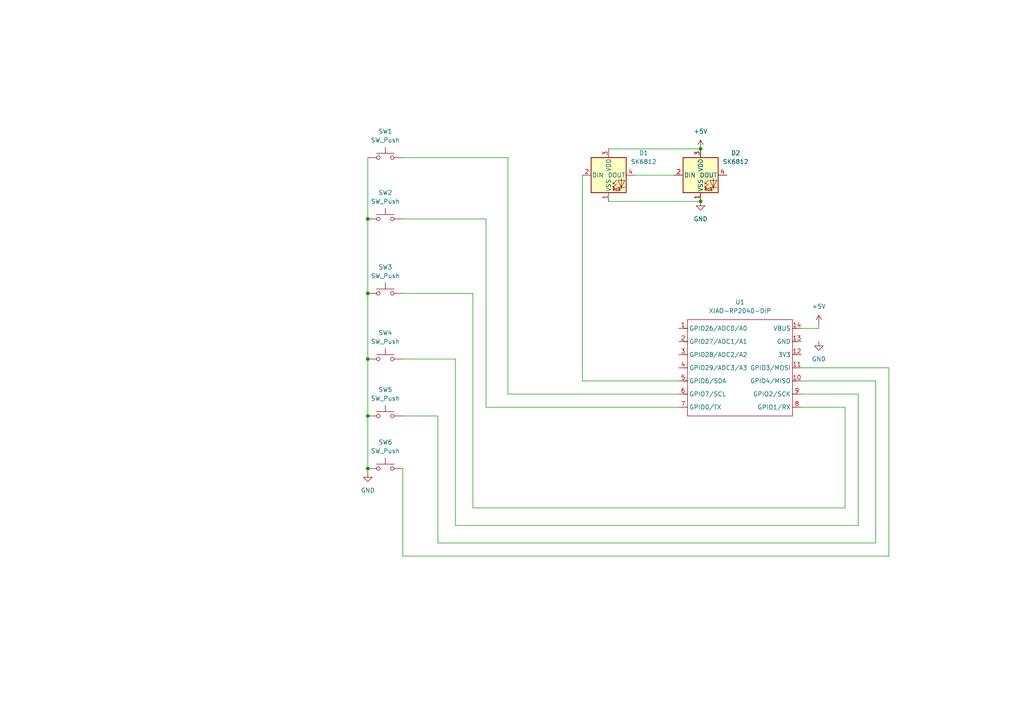
<source format=kicad_sch>
(kicad_sch
	(version 20250114)
	(generator "eeschema")
	(generator_version "9.0")
	(uuid "92bc8842-cfb0-4db0-9c36-d60bad6ee1a9")
	(paper "A4")
	(lib_symbols
		(symbol "Dhuhaanesh Keyboard:XIAO-RP2040-DIP"
			(exclude_from_sim no)
			(in_bom yes)
			(on_board yes)
			(property "Reference" "U"
				(at 0 0 0)
				(effects
					(font
						(size 1.27 1.27)
					)
				)
			)
			(property "Value" "XIAO-RP2040-DIP"
				(at 5.334 -1.778 0)
				(effects
					(font
						(size 1.27 1.27)
					)
				)
			)
			(property "Footprint" "Module:MOUDLE14P-XIAO-DIP-SMD"
				(at 14.478 -32.258 0)
				(effects
					(font
						(size 1.27 1.27)
					)
					(hide yes)
				)
			)
			(property "Datasheet" ""
				(at 0 0 0)
				(effects
					(font
						(size 1.27 1.27)
					)
					(hide yes)
				)
			)
			(property "Description" ""
				(at 0 0 0)
				(effects
					(font
						(size 1.27 1.27)
					)
					(hide yes)
				)
			)
			(symbol "XIAO-RP2040-DIP_1_0"
				(polyline
					(pts
						(xy -1.27 -2.54) (xy 29.21 -2.54)
					)
					(stroke
						(width 0.1524)
						(type solid)
					)
					(fill
						(type none)
					)
				)
				(polyline
					(pts
						(xy -1.27 -5.08) (xy -2.54 -5.08)
					)
					(stroke
						(width 0.1524)
						(type solid)
					)
					(fill
						(type none)
					)
				)
				(polyline
					(pts
						(xy -1.27 -5.08) (xy -1.27 -2.54)
					)
					(stroke
						(width 0.1524)
						(type solid)
					)
					(fill
						(type none)
					)
				)
				(polyline
					(pts
						(xy -1.27 -8.89) (xy -2.54 -8.89)
					)
					(stroke
						(width 0.1524)
						(type solid)
					)
					(fill
						(type none)
					)
				)
				(polyline
					(pts
						(xy -1.27 -8.89) (xy -1.27 -5.08)
					)
					(stroke
						(width 0.1524)
						(type solid)
					)
					(fill
						(type none)
					)
				)
				(polyline
					(pts
						(xy -1.27 -12.7) (xy -2.54 -12.7)
					)
					(stroke
						(width 0.1524)
						(type solid)
					)
					(fill
						(type none)
					)
				)
				(polyline
					(pts
						(xy -1.27 -12.7) (xy -1.27 -8.89)
					)
					(stroke
						(width 0.1524)
						(type solid)
					)
					(fill
						(type none)
					)
				)
				(polyline
					(pts
						(xy -1.27 -16.51) (xy -2.54 -16.51)
					)
					(stroke
						(width 0.1524)
						(type solid)
					)
					(fill
						(type none)
					)
				)
				(polyline
					(pts
						(xy -1.27 -16.51) (xy -1.27 -12.7)
					)
					(stroke
						(width 0.1524)
						(type solid)
					)
					(fill
						(type none)
					)
				)
				(polyline
					(pts
						(xy -1.27 -20.32) (xy -2.54 -20.32)
					)
					(stroke
						(width 0.1524)
						(type solid)
					)
					(fill
						(type none)
					)
				)
				(polyline
					(pts
						(xy -1.27 -24.13) (xy -2.54 -24.13)
					)
					(stroke
						(width 0.1524)
						(type solid)
					)
					(fill
						(type none)
					)
				)
				(polyline
					(pts
						(xy -1.27 -27.94) (xy -2.54 -27.94)
					)
					(stroke
						(width 0.1524)
						(type solid)
					)
					(fill
						(type none)
					)
				)
				(polyline
					(pts
						(xy -1.27 -30.48) (xy -1.27 -16.51)
					)
					(stroke
						(width 0.1524)
						(type solid)
					)
					(fill
						(type none)
					)
				)
				(polyline
					(pts
						(xy 29.21 -2.54) (xy 29.21 -5.08)
					)
					(stroke
						(width 0.1524)
						(type solid)
					)
					(fill
						(type none)
					)
				)
				(polyline
					(pts
						(xy 29.21 -5.08) (xy 29.21 -8.89)
					)
					(stroke
						(width 0.1524)
						(type solid)
					)
					(fill
						(type none)
					)
				)
				(polyline
					(pts
						(xy 29.21 -8.89) (xy 29.21 -12.7)
					)
					(stroke
						(width 0.1524)
						(type solid)
					)
					(fill
						(type none)
					)
				)
				(polyline
					(pts
						(xy 29.21 -12.7) (xy 29.21 -30.48)
					)
					(stroke
						(width 0.1524)
						(type solid)
					)
					(fill
						(type none)
					)
				)
				(polyline
					(pts
						(xy 29.21 -30.48) (xy -1.27 -30.48)
					)
					(stroke
						(width 0.1524)
						(type solid)
					)
					(fill
						(type none)
					)
				)
				(polyline
					(pts
						(xy 30.48 -5.08) (xy 29.21 -5.08)
					)
					(stroke
						(width 0.1524)
						(type solid)
					)
					(fill
						(type none)
					)
				)
				(polyline
					(pts
						(xy 30.48 -8.89) (xy 29.21 -8.89)
					)
					(stroke
						(width 0.1524)
						(type solid)
					)
					(fill
						(type none)
					)
				)
				(polyline
					(pts
						(xy 30.48 -12.7) (xy 29.21 -12.7)
					)
					(stroke
						(width 0.1524)
						(type solid)
					)
					(fill
						(type none)
					)
				)
				(polyline
					(pts
						(xy 30.48 -16.51) (xy 29.21 -16.51)
					)
					(stroke
						(width 0.1524)
						(type solid)
					)
					(fill
						(type none)
					)
				)
				(polyline
					(pts
						(xy 30.48 -20.32) (xy 29.21 -20.32)
					)
					(stroke
						(width 0.1524)
						(type solid)
					)
					(fill
						(type none)
					)
				)
				(polyline
					(pts
						(xy 30.48 -24.13) (xy 29.21 -24.13)
					)
					(stroke
						(width 0.1524)
						(type solid)
					)
					(fill
						(type none)
					)
				)
				(polyline
					(pts
						(xy 30.48 -27.94) (xy 29.21 -27.94)
					)
					(stroke
						(width 0.1524)
						(type solid)
					)
					(fill
						(type none)
					)
				)
				(pin passive line
					(at -3.81 -5.08 0)
					(length 2.54)
					(name "GPIO26/ADC0/A0"
						(effects
							(font
								(size 1.27 1.27)
							)
						)
					)
					(number "1"
						(effects
							(font
								(size 1.27 1.27)
							)
						)
					)
				)
				(pin passive line
					(at -3.81 -8.89 0)
					(length 2.54)
					(name "GPIO27/ADC1/A1"
						(effects
							(font
								(size 1.27 1.27)
							)
						)
					)
					(number "2"
						(effects
							(font
								(size 1.27 1.27)
							)
						)
					)
				)
				(pin passive line
					(at -3.81 -12.7 0)
					(length 2.54)
					(name "GPIO28/ADC2/A2"
						(effects
							(font
								(size 1.27 1.27)
							)
						)
					)
					(number "3"
						(effects
							(font
								(size 1.27 1.27)
							)
						)
					)
				)
				(pin passive line
					(at -3.81 -16.51 0)
					(length 2.54)
					(name "GPIO29/ADC3/A3"
						(effects
							(font
								(size 1.27 1.27)
							)
						)
					)
					(number "4"
						(effects
							(font
								(size 1.27 1.27)
							)
						)
					)
				)
				(pin passive line
					(at -3.81 -20.32 0)
					(length 2.54)
					(name "GPIO6/SDA"
						(effects
							(font
								(size 1.27 1.27)
							)
						)
					)
					(number "5"
						(effects
							(font
								(size 1.27 1.27)
							)
						)
					)
				)
				(pin passive line
					(at -3.81 -24.13 0)
					(length 2.54)
					(name "GPIO7/SCL"
						(effects
							(font
								(size 1.27 1.27)
							)
						)
					)
					(number "6"
						(effects
							(font
								(size 1.27 1.27)
							)
						)
					)
				)
				(pin passive line
					(at -3.81 -27.94 0)
					(length 2.54)
					(name "GPIO0/TX"
						(effects
							(font
								(size 1.27 1.27)
							)
						)
					)
					(number "7"
						(effects
							(font
								(size 1.27 1.27)
							)
						)
					)
				)
				(pin passive line
					(at 31.75 -5.08 180)
					(length 2.54)
					(name "VBUS"
						(effects
							(font
								(size 1.27 1.27)
							)
						)
					)
					(number "14"
						(effects
							(font
								(size 1.27 1.27)
							)
						)
					)
				)
				(pin passive line
					(at 31.75 -8.89 180)
					(length 2.54)
					(name "GND"
						(effects
							(font
								(size 1.27 1.27)
							)
						)
					)
					(number "13"
						(effects
							(font
								(size 1.27 1.27)
							)
						)
					)
				)
				(pin passive line
					(at 31.75 -12.7 180)
					(length 2.54)
					(name "3V3"
						(effects
							(font
								(size 1.27 1.27)
							)
						)
					)
					(number "12"
						(effects
							(font
								(size 1.27 1.27)
							)
						)
					)
				)
				(pin passive line
					(at 31.75 -16.51 180)
					(length 2.54)
					(name "GPIO3/MOSI"
						(effects
							(font
								(size 1.27 1.27)
							)
						)
					)
					(number "11"
						(effects
							(font
								(size 1.27 1.27)
							)
						)
					)
				)
				(pin passive line
					(at 31.75 -20.32 180)
					(length 2.54)
					(name "GPIO4/MISO"
						(effects
							(font
								(size 1.27 1.27)
							)
						)
					)
					(number "10"
						(effects
							(font
								(size 1.27 1.27)
							)
						)
					)
				)
				(pin passive line
					(at 31.75 -24.13 180)
					(length 2.54)
					(name "GPIO2/SCK"
						(effects
							(font
								(size 1.27 1.27)
							)
						)
					)
					(number "9"
						(effects
							(font
								(size 1.27 1.27)
							)
						)
					)
				)
				(pin passive line
					(at 31.75 -27.94 180)
					(length 2.54)
					(name "GPIO1/RX"
						(effects
							(font
								(size 1.27 1.27)
							)
						)
					)
					(number "8"
						(effects
							(font
								(size 1.27 1.27)
							)
						)
					)
				)
			)
			(embedded_fonts no)
		)
		(symbol "LED:SK6812"
			(pin_names
				(offset 0.254)
			)
			(exclude_from_sim no)
			(in_bom yes)
			(on_board yes)
			(property "Reference" "D"
				(at 5.08 5.715 0)
				(effects
					(font
						(size 1.27 1.27)
					)
					(justify right bottom)
				)
			)
			(property "Value" "SK6812"
				(at 1.27 -5.715 0)
				(effects
					(font
						(size 1.27 1.27)
					)
					(justify left top)
				)
			)
			(property "Footprint" "LED_SMD:LED_SK6812_PLCC4_5.0x5.0mm_P3.2mm"
				(at 1.27 -7.62 0)
				(effects
					(font
						(size 1.27 1.27)
					)
					(justify left top)
					(hide yes)
				)
			)
			(property "Datasheet" "https://cdn-shop.adafruit.com/product-files/1138/SK6812+LED+datasheet+.pdf"
				(at 2.54 -9.525 0)
				(effects
					(font
						(size 1.27 1.27)
					)
					(justify left top)
					(hide yes)
				)
			)
			(property "Description" "RGB LED with integrated controller"
				(at 0 0 0)
				(effects
					(font
						(size 1.27 1.27)
					)
					(hide yes)
				)
			)
			(property "ki_keywords" "RGB LED NeoPixel addressable"
				(at 0 0 0)
				(effects
					(font
						(size 1.27 1.27)
					)
					(hide yes)
				)
			)
			(property "ki_fp_filters" "LED*SK6812*PLCC*5.0x5.0mm*P3.2mm*"
				(at 0 0 0)
				(effects
					(font
						(size 1.27 1.27)
					)
					(hide yes)
				)
			)
			(symbol "SK6812_0_0"
				(text "RGB"
					(at 2.286 -4.191 0)
					(effects
						(font
							(size 0.762 0.762)
						)
					)
				)
			)
			(symbol "SK6812_0_1"
				(polyline
					(pts
						(xy 1.27 -2.54) (xy 1.778 -2.54)
					)
					(stroke
						(width 0)
						(type default)
					)
					(fill
						(type none)
					)
				)
				(polyline
					(pts
						(xy 1.27 -3.556) (xy 1.778 -3.556)
					)
					(stroke
						(width 0)
						(type default)
					)
					(fill
						(type none)
					)
				)
				(polyline
					(pts
						(xy 2.286 -1.524) (xy 1.27 -2.54) (xy 1.27 -2.032)
					)
					(stroke
						(width 0)
						(type default)
					)
					(fill
						(type none)
					)
				)
				(polyline
					(pts
						(xy 2.286 -2.54) (xy 1.27 -3.556) (xy 1.27 -3.048)
					)
					(stroke
						(width 0)
						(type default)
					)
					(fill
						(type none)
					)
				)
				(polyline
					(pts
						(xy 3.683 -1.016) (xy 3.683 -3.556) (xy 3.683 -4.064)
					)
					(stroke
						(width 0)
						(type default)
					)
					(fill
						(type none)
					)
				)
				(polyline
					(pts
						(xy 4.699 -1.524) (xy 2.667 -1.524) (xy 3.683 -3.556) (xy 4.699 -1.524)
					)
					(stroke
						(width 0)
						(type default)
					)
					(fill
						(type none)
					)
				)
				(polyline
					(pts
						(xy 4.699 -3.556) (xy 2.667 -3.556)
					)
					(stroke
						(width 0)
						(type default)
					)
					(fill
						(type none)
					)
				)
				(rectangle
					(start 5.08 5.08)
					(end -5.08 -5.08)
					(stroke
						(width 0.254)
						(type default)
					)
					(fill
						(type background)
					)
				)
			)
			(symbol "SK6812_1_1"
				(pin input line
					(at -7.62 0 0)
					(length 2.54)
					(name "DIN"
						(effects
							(font
								(size 1.27 1.27)
							)
						)
					)
					(number "2"
						(effects
							(font
								(size 1.27 1.27)
							)
						)
					)
				)
				(pin power_in line
					(at 0 7.62 270)
					(length 2.54)
					(name "VDD"
						(effects
							(font
								(size 1.27 1.27)
							)
						)
					)
					(number "3"
						(effects
							(font
								(size 1.27 1.27)
							)
						)
					)
				)
				(pin power_in line
					(at 0 -7.62 90)
					(length 2.54)
					(name "VSS"
						(effects
							(font
								(size 1.27 1.27)
							)
						)
					)
					(number "1"
						(effects
							(font
								(size 1.27 1.27)
							)
						)
					)
				)
				(pin output line
					(at 7.62 0 180)
					(length 2.54)
					(name "DOUT"
						(effects
							(font
								(size 1.27 1.27)
							)
						)
					)
					(number "4"
						(effects
							(font
								(size 1.27 1.27)
							)
						)
					)
				)
			)
			(embedded_fonts no)
		)
		(symbol "Switch:SW_Push"
			(pin_numbers
				(hide yes)
			)
			(pin_names
				(offset 1.016)
				(hide yes)
			)
			(exclude_from_sim no)
			(in_bom yes)
			(on_board yes)
			(property "Reference" "SW"
				(at 1.27 2.54 0)
				(effects
					(font
						(size 1.27 1.27)
					)
					(justify left)
				)
			)
			(property "Value" "SW_Push"
				(at 0 -1.524 0)
				(effects
					(font
						(size 1.27 1.27)
					)
				)
			)
			(property "Footprint" ""
				(at 0 5.08 0)
				(effects
					(font
						(size 1.27 1.27)
					)
					(hide yes)
				)
			)
			(property "Datasheet" "~"
				(at 0 5.08 0)
				(effects
					(font
						(size 1.27 1.27)
					)
					(hide yes)
				)
			)
			(property "Description" "Push button switch, generic, two pins"
				(at 0 0 0)
				(effects
					(font
						(size 1.27 1.27)
					)
					(hide yes)
				)
			)
			(property "ki_keywords" "switch normally-open pushbutton push-button"
				(at 0 0 0)
				(effects
					(font
						(size 1.27 1.27)
					)
					(hide yes)
				)
			)
			(symbol "SW_Push_0_1"
				(circle
					(center -2.032 0)
					(radius 0.508)
					(stroke
						(width 0)
						(type default)
					)
					(fill
						(type none)
					)
				)
				(polyline
					(pts
						(xy 0 1.27) (xy 0 3.048)
					)
					(stroke
						(width 0)
						(type default)
					)
					(fill
						(type none)
					)
				)
				(circle
					(center 2.032 0)
					(radius 0.508)
					(stroke
						(width 0)
						(type default)
					)
					(fill
						(type none)
					)
				)
				(polyline
					(pts
						(xy 2.54 1.27) (xy -2.54 1.27)
					)
					(stroke
						(width 0)
						(type default)
					)
					(fill
						(type none)
					)
				)
				(pin passive line
					(at -5.08 0 0)
					(length 2.54)
					(name "1"
						(effects
							(font
								(size 1.27 1.27)
							)
						)
					)
					(number "1"
						(effects
							(font
								(size 1.27 1.27)
							)
						)
					)
				)
				(pin passive line
					(at 5.08 0 180)
					(length 2.54)
					(name "2"
						(effects
							(font
								(size 1.27 1.27)
							)
						)
					)
					(number "2"
						(effects
							(font
								(size 1.27 1.27)
							)
						)
					)
				)
			)
			(embedded_fonts no)
		)
		(symbol "power:+5V"
			(power)
			(pin_numbers
				(hide yes)
			)
			(pin_names
				(offset 0)
				(hide yes)
			)
			(exclude_from_sim no)
			(in_bom yes)
			(on_board yes)
			(property "Reference" "#PWR"
				(at 0 -3.81 0)
				(effects
					(font
						(size 1.27 1.27)
					)
					(hide yes)
				)
			)
			(property "Value" "+5V"
				(at 0 3.556 0)
				(effects
					(font
						(size 1.27 1.27)
					)
				)
			)
			(property "Footprint" ""
				(at 0 0 0)
				(effects
					(font
						(size 1.27 1.27)
					)
					(hide yes)
				)
			)
			(property "Datasheet" ""
				(at 0 0 0)
				(effects
					(font
						(size 1.27 1.27)
					)
					(hide yes)
				)
			)
			(property "Description" "Power symbol creates a global label with name \"+5V\""
				(at 0 0 0)
				(effects
					(font
						(size 1.27 1.27)
					)
					(hide yes)
				)
			)
			(property "ki_keywords" "global power"
				(at 0 0 0)
				(effects
					(font
						(size 1.27 1.27)
					)
					(hide yes)
				)
			)
			(symbol "+5V_0_1"
				(polyline
					(pts
						(xy -0.762 1.27) (xy 0 2.54)
					)
					(stroke
						(width 0)
						(type default)
					)
					(fill
						(type none)
					)
				)
				(polyline
					(pts
						(xy 0 2.54) (xy 0.762 1.27)
					)
					(stroke
						(width 0)
						(type default)
					)
					(fill
						(type none)
					)
				)
				(polyline
					(pts
						(xy 0 0) (xy 0 2.54)
					)
					(stroke
						(width 0)
						(type default)
					)
					(fill
						(type none)
					)
				)
			)
			(symbol "+5V_1_1"
				(pin power_in line
					(at 0 0 90)
					(length 0)
					(name "~"
						(effects
							(font
								(size 1.27 1.27)
							)
						)
					)
					(number "1"
						(effects
							(font
								(size 1.27 1.27)
							)
						)
					)
				)
			)
			(embedded_fonts no)
		)
		(symbol "power:GND"
			(power)
			(pin_numbers
				(hide yes)
			)
			(pin_names
				(offset 0)
				(hide yes)
			)
			(exclude_from_sim no)
			(in_bom yes)
			(on_board yes)
			(property "Reference" "#PWR"
				(at 0 -6.35 0)
				(effects
					(font
						(size 1.27 1.27)
					)
					(hide yes)
				)
			)
			(property "Value" "GND"
				(at 0 -3.81 0)
				(effects
					(font
						(size 1.27 1.27)
					)
				)
			)
			(property "Footprint" ""
				(at 0 0 0)
				(effects
					(font
						(size 1.27 1.27)
					)
					(hide yes)
				)
			)
			(property "Datasheet" ""
				(at 0 0 0)
				(effects
					(font
						(size 1.27 1.27)
					)
					(hide yes)
				)
			)
			(property "Description" "Power symbol creates a global label with name \"GND\" , ground"
				(at 0 0 0)
				(effects
					(font
						(size 1.27 1.27)
					)
					(hide yes)
				)
			)
			(property "ki_keywords" "global power"
				(at 0 0 0)
				(effects
					(font
						(size 1.27 1.27)
					)
					(hide yes)
				)
			)
			(symbol "GND_0_1"
				(polyline
					(pts
						(xy 0 0) (xy 0 -1.27) (xy 1.27 -1.27) (xy 0 -2.54) (xy -1.27 -1.27) (xy 0 -1.27)
					)
					(stroke
						(width 0)
						(type default)
					)
					(fill
						(type none)
					)
				)
			)
			(symbol "GND_1_1"
				(pin power_in line
					(at 0 0 270)
					(length 0)
					(name "~"
						(effects
							(font
								(size 1.27 1.27)
							)
						)
					)
					(number "1"
						(effects
							(font
								(size 1.27 1.27)
							)
						)
					)
				)
			)
			(embedded_fonts no)
		)
	)
	(junction
		(at 106.68 104.14)
		(diameter 0)
		(color 0 0 0 0)
		(uuid "1fa3f76c-97b3-478c-83aa-d7096426ed0e")
	)
	(junction
		(at 106.68 85.09)
		(diameter 0)
		(color 0 0 0 0)
		(uuid "384e2c3e-06fa-48e3-b6cf-43e3b26402a8")
	)
	(junction
		(at 106.68 120.65)
		(diameter 0)
		(color 0 0 0 0)
		(uuid "8079e790-8aa5-4ebf-b204-e8858922fe80")
	)
	(junction
		(at 106.68 135.89)
		(diameter 0)
		(color 0 0 0 0)
		(uuid "8f490624-742b-44b6-9796-f34857c364f1")
	)
	(junction
		(at 106.68 63.5)
		(diameter 0)
		(color 0 0 0 0)
		(uuid "9822fec0-2a21-45d5-b57d-7a40416d7192")
	)
	(junction
		(at 203.2 43.18)
		(diameter 0)
		(color 0 0 0 0)
		(uuid "dd2735d4-3da7-409b-894f-71b5fdf4e4cf")
	)
	(junction
		(at 203.2 58.42)
		(diameter 0)
		(color 0 0 0 0)
		(uuid "ecc64dac-af02-4bda-bf36-229a5fb4b3b3")
	)
	(wire
		(pts
			(xy 132.08 104.14) (xy 116.84 104.14)
		)
		(stroke
			(width 0)
			(type default)
		)
		(uuid "0689a41b-6948-4ea5-948c-fa42ad40cf5a")
	)
	(wire
		(pts
			(xy 106.68 63.5) (xy 106.68 85.09)
		)
		(stroke
			(width 0)
			(type default)
		)
		(uuid "10648527-22a3-434f-8233-ab8a3ec4ffda")
	)
	(wire
		(pts
			(xy 127 157.48) (xy 127 120.65)
		)
		(stroke
			(width 0)
			(type default)
		)
		(uuid "173a9dfc-dec7-4789-8a9c-813ef2f1ca02")
	)
	(wire
		(pts
			(xy 232.41 110.49) (xy 254 110.49)
		)
		(stroke
			(width 0)
			(type default)
		)
		(uuid "1da729db-435c-4fe1-9d8c-922180fbf68b")
	)
	(wire
		(pts
			(xy 248.92 152.4) (xy 132.08 152.4)
		)
		(stroke
			(width 0)
			(type default)
		)
		(uuid "1fbcc1cd-0e3e-4513-a3d7-7f9e234912aa")
	)
	(wire
		(pts
			(xy 106.68 120.65) (xy 106.68 135.89)
		)
		(stroke
			(width 0)
			(type default)
		)
		(uuid "20bdc819-7134-4295-a854-d6b23787a723")
	)
	(wire
		(pts
			(xy 140.97 63.5) (xy 116.84 63.5)
		)
		(stroke
			(width 0)
			(type default)
		)
		(uuid "2d8dfcbd-204c-4903-92bd-9a50be0b96e0")
	)
	(wire
		(pts
			(xy 140.97 118.11) (xy 140.97 63.5)
		)
		(stroke
			(width 0)
			(type default)
		)
		(uuid "2e7df08b-8395-46f5-9473-51889e48a6a7")
	)
	(wire
		(pts
			(xy 232.41 95.25) (xy 237.49 95.25)
		)
		(stroke
			(width 0)
			(type default)
		)
		(uuid "30654d90-a346-4ac9-990d-93c1c590ec2c")
	)
	(wire
		(pts
			(xy 168.91 110.49) (xy 196.85 110.49)
		)
		(stroke
			(width 0)
			(type default)
		)
		(uuid "44e957f5-756e-4578-a4db-76d40b878a62")
	)
	(wire
		(pts
			(xy 176.53 43.18) (xy 203.2 43.18)
		)
		(stroke
			(width 0)
			(type default)
		)
		(uuid "506f35c9-070f-40d2-8b53-c224ebb4c9c5")
	)
	(wire
		(pts
			(xy 137.16 147.32) (xy 137.16 85.09)
		)
		(stroke
			(width 0)
			(type default)
		)
		(uuid "51c97724-81ae-4ed2-b5af-181e7e8cd304")
	)
	(wire
		(pts
			(xy 116.84 161.29) (xy 116.84 135.89)
		)
		(stroke
			(width 0)
			(type default)
		)
		(uuid "55223158-d3b3-47e5-a692-75df438826f7")
	)
	(wire
		(pts
			(xy 106.68 135.89) (xy 106.68 137.16)
		)
		(stroke
			(width 0)
			(type default)
		)
		(uuid "5610aa0f-8855-46e1-b71e-0be906bba21e")
	)
	(wire
		(pts
			(xy 106.68 104.14) (xy 106.68 120.65)
		)
		(stroke
			(width 0)
			(type default)
		)
		(uuid "56132ea5-f88d-47af-b974-488cb919f74c")
	)
	(wire
		(pts
			(xy 245.11 147.32) (xy 137.16 147.32)
		)
		(stroke
			(width 0)
			(type default)
		)
		(uuid "5b513516-891c-496a-8ae4-64808faceec8")
	)
	(wire
		(pts
			(xy 184.15 50.8) (xy 195.58 50.8)
		)
		(stroke
			(width 0)
			(type default)
		)
		(uuid "6cfb1c90-e43c-459f-84d8-16b0f3afcff0")
	)
	(wire
		(pts
			(xy 168.91 50.8) (xy 168.91 110.49)
		)
		(stroke
			(width 0)
			(type default)
		)
		(uuid "91ccc0bf-5cfa-45eb-9e80-3256c7972e1c")
	)
	(wire
		(pts
			(xy 116.84 120.65) (xy 127 120.65)
		)
		(stroke
			(width 0)
			(type default)
		)
		(uuid "91ce9dc2-4556-447a-9862-fb9f942945b0")
	)
	(wire
		(pts
			(xy 254 157.48) (xy 127 157.48)
		)
		(stroke
			(width 0)
			(type default)
		)
		(uuid "9343a39b-8601-4576-a859-f127a76db861")
	)
	(wire
		(pts
			(xy 232.41 106.68) (xy 257.81 106.68)
		)
		(stroke
			(width 0)
			(type default)
		)
		(uuid "9f62b761-8cca-4c74-bc27-8865897dd734")
	)
	(wire
		(pts
			(xy 106.68 85.09) (xy 106.68 104.14)
		)
		(stroke
			(width 0)
			(type default)
		)
		(uuid "ae376d9a-f5f7-46a8-bae0-6c8330ffbbbc")
	)
	(wire
		(pts
			(xy 147.32 114.3) (xy 147.32 45.72)
		)
		(stroke
			(width 0)
			(type default)
		)
		(uuid "b1315438-d233-43c2-9748-cf760a1f3387")
	)
	(wire
		(pts
			(xy 132.08 152.4) (xy 132.08 104.14)
		)
		(stroke
			(width 0)
			(type default)
		)
		(uuid "b18c7599-744e-4890-bc56-a94a349e9bcb")
	)
	(wire
		(pts
			(xy 254 110.49) (xy 254 157.48)
		)
		(stroke
			(width 0)
			(type default)
		)
		(uuid "b6c1bd6b-2f94-40e1-ae9a-0c04b14f5ca5")
	)
	(wire
		(pts
			(xy 196.85 114.3) (xy 147.32 114.3)
		)
		(stroke
			(width 0)
			(type default)
		)
		(uuid "b7c781e2-d637-47f0-94e7-85c979dd41b5")
	)
	(wire
		(pts
			(xy 257.81 106.68) (xy 257.81 161.29)
		)
		(stroke
			(width 0)
			(type default)
		)
		(uuid "bdd02b92-0dd0-40ba-a155-80fb044719e7")
	)
	(wire
		(pts
			(xy 176.53 58.42) (xy 203.2 58.42)
		)
		(stroke
			(width 0)
			(type default)
		)
		(uuid "beb3885f-5f60-4c74-a60f-cb6edd0270eb")
	)
	(wire
		(pts
			(xy 106.68 45.72) (xy 106.68 63.5)
		)
		(stroke
			(width 0)
			(type default)
		)
		(uuid "c7f489dd-5b3b-4696-8546-d44279cf7bd1")
	)
	(wire
		(pts
			(xy 137.16 85.09) (xy 116.84 85.09)
		)
		(stroke
			(width 0)
			(type default)
		)
		(uuid "ca44e1e0-f767-4ca8-95ac-e258b7df234a")
	)
	(wire
		(pts
			(xy 147.32 45.72) (xy 116.84 45.72)
		)
		(stroke
			(width 0)
			(type default)
		)
		(uuid "da34ef56-f391-4926-b66f-f083fde7aa47")
	)
	(wire
		(pts
			(xy 248.92 114.3) (xy 248.92 152.4)
		)
		(stroke
			(width 0)
			(type default)
		)
		(uuid "dd3c7cd5-b10e-4a5f-81d4-2c06f88abbcf")
	)
	(wire
		(pts
			(xy 257.81 161.29) (xy 116.84 161.29)
		)
		(stroke
			(width 0)
			(type default)
		)
		(uuid "df23dfe1-588a-4ab0-a194-2049c8b97b2a")
	)
	(wire
		(pts
			(xy 237.49 95.25) (xy 237.49 93.98)
		)
		(stroke
			(width 0)
			(type default)
		)
		(uuid "e21fec2a-3609-484a-acaa-64dc19bc2709")
	)
	(wire
		(pts
			(xy 232.41 114.3) (xy 248.92 114.3)
		)
		(stroke
			(width 0)
			(type default)
		)
		(uuid "e2648fc8-3893-4da9-a62d-03bcdbc78a9d")
	)
	(wire
		(pts
			(xy 232.41 118.11) (xy 245.11 118.11)
		)
		(stroke
			(width 0)
			(type default)
		)
		(uuid "e73ad851-52fa-4ad5-b83a-d9459cd8d194")
	)
	(wire
		(pts
			(xy 245.11 118.11) (xy 245.11 147.32)
		)
		(stroke
			(width 0)
			(type default)
		)
		(uuid "f0baa9f0-b984-4b7d-a32f-6d25ca33abbf")
	)
	(wire
		(pts
			(xy 196.85 118.11) (xy 140.97 118.11)
		)
		(stroke
			(width 0)
			(type default)
		)
		(uuid "f28a93c9-4f02-45e3-bb22-e4342eb0a436")
	)
	(symbol
		(lib_id "power:+5V")
		(at 203.2 43.18 0)
		(unit 1)
		(exclude_from_sim no)
		(in_bom yes)
		(on_board yes)
		(dnp no)
		(fields_autoplaced yes)
		(uuid "02939379-8b8e-4270-9e33-6372592f28f3")
		(property "Reference" "#PWR02"
			(at 203.2 46.99 0)
			(effects
				(font
					(size 1.27 1.27)
				)
				(hide yes)
			)
		)
		(property "Value" "+5V"
			(at 203.2 38.1 0)
			(effects
				(font
					(size 1.27 1.27)
				)
			)
		)
		(property "Footprint" ""
			(at 203.2 43.18 0)
			(effects
				(font
					(size 1.27 1.27)
				)
				(hide yes)
			)
		)
		(property "Datasheet" ""
			(at 203.2 43.18 0)
			(effects
				(font
					(size 1.27 1.27)
				)
				(hide yes)
			)
		)
		(property "Description" "Power symbol creates a global label with name \"+5V\""
			(at 203.2 43.18 0)
			(effects
				(font
					(size 1.27 1.27)
				)
				(hide yes)
			)
		)
		(pin "1"
			(uuid "1e039aa3-0e19-44c1-be2f-a362f297150f")
		)
		(instances
			(project ""
				(path "/92bc8842-cfb0-4db0-9c36-d60bad6ee1a9"
					(reference "#PWR02")
					(unit 1)
				)
			)
		)
	)
	(symbol
		(lib_id "Switch:SW_Push")
		(at 111.76 45.72 0)
		(unit 1)
		(exclude_from_sim no)
		(in_bom yes)
		(on_board yes)
		(dnp no)
		(fields_autoplaced yes)
		(uuid "03795f75-c904-457b-a16a-b5a0d89c30e3")
		(property "Reference" "SW1"
			(at 111.76 38.1 0)
			(effects
				(font
					(size 1.27 1.27)
				)
			)
		)
		(property "Value" "SW_Push"
			(at 111.76 40.64 0)
			(effects
				(font
					(size 1.27 1.27)
				)
			)
		)
		(property "Footprint" "Button_Switch_Keyboard:SW_Cherry_MX_1.00u_PCB"
			(at 111.76 40.64 0)
			(effects
				(font
					(size 1.27 1.27)
				)
				(hide yes)
			)
		)
		(property "Datasheet" "~"
			(at 111.76 40.64 0)
			(effects
				(font
					(size 1.27 1.27)
				)
				(hide yes)
			)
		)
		(property "Description" "Push button switch, generic, two pins"
			(at 111.76 45.72 0)
			(effects
				(font
					(size 1.27 1.27)
				)
				(hide yes)
			)
		)
		(pin "1"
			(uuid "277e77d9-f86d-4c6b-88dc-f57251da57b3")
		)
		(pin "2"
			(uuid "138603c0-b339-4e69-9335-ba0136988230")
		)
		(instances
			(project ""
				(path "/92bc8842-cfb0-4db0-9c36-d60bad6ee1a9"
					(reference "SW1")
					(unit 1)
				)
			)
		)
	)
	(symbol
		(lib_id "Switch:SW_Push")
		(at 111.76 135.89 0)
		(unit 1)
		(exclude_from_sim no)
		(in_bom yes)
		(on_board yes)
		(dnp no)
		(fields_autoplaced yes)
		(uuid "07c0c60c-4403-43fa-bb07-765b8d0ce376")
		(property "Reference" "SW6"
			(at 111.76 128.27 0)
			(effects
				(font
					(size 1.27 1.27)
				)
			)
		)
		(property "Value" "SW_Push"
			(at 111.76 130.81 0)
			(effects
				(font
					(size 1.27 1.27)
				)
			)
		)
		(property "Footprint" "Button_Switch_Keyboard:SW_Cherry_MX_1.00u_PCB"
			(at 111.76 130.81 0)
			(effects
				(font
					(size 1.27 1.27)
				)
				(hide yes)
			)
		)
		(property "Datasheet" "~"
			(at 111.76 130.81 0)
			(effects
				(font
					(size 1.27 1.27)
				)
				(hide yes)
			)
		)
		(property "Description" "Push button switch, generic, two pins"
			(at 111.76 135.89 0)
			(effects
				(font
					(size 1.27 1.27)
				)
				(hide yes)
			)
		)
		(pin "1"
			(uuid "277e77d9-f86d-4c6b-88dc-f57251da57b3")
		)
		(pin "2"
			(uuid "138603c0-b339-4e69-9335-ba0136988230")
		)
		(instances
			(project ""
				(path "/92bc8842-cfb0-4db0-9c36-d60bad6ee1a9"
					(reference "SW6")
					(unit 1)
				)
			)
		)
	)
	(symbol
		(lib_id "power:GND")
		(at 203.2 58.42 0)
		(unit 1)
		(exclude_from_sim no)
		(in_bom yes)
		(on_board yes)
		(dnp no)
		(fields_autoplaced yes)
		(uuid "20313a2b-d3a0-4c97-b3a7-82029ea1020b")
		(property "Reference" "#PWR04"
			(at 203.2 64.77 0)
			(effects
				(font
					(size 1.27 1.27)
				)
				(hide yes)
			)
		)
		(property "Value" "GND"
			(at 203.2 63.5 0)
			(effects
				(font
					(size 1.27 1.27)
				)
			)
		)
		(property "Footprint" ""
			(at 203.2 58.42 0)
			(effects
				(font
					(size 1.27 1.27)
				)
				(hide yes)
			)
		)
		(property "Datasheet" ""
			(at 203.2 58.42 0)
			(effects
				(font
					(size 1.27 1.27)
				)
				(hide yes)
			)
		)
		(property "Description" "Power symbol creates a global label with name \"GND\" , ground"
			(at 203.2 58.42 0)
			(effects
				(font
					(size 1.27 1.27)
				)
				(hide yes)
			)
		)
		(pin "1"
			(uuid "623ea5b6-e0b2-4d51-99ff-c15b272c3385")
		)
		(instances
			(project ""
				(path "/92bc8842-cfb0-4db0-9c36-d60bad6ee1a9"
					(reference "#PWR04")
					(unit 1)
				)
			)
		)
	)
	(symbol
		(lib_id "Switch:SW_Push")
		(at 111.76 63.5 0)
		(unit 1)
		(exclude_from_sim no)
		(in_bom yes)
		(on_board yes)
		(dnp no)
		(fields_autoplaced yes)
		(uuid "3495c52f-ba4f-4f6b-81bd-e618d8515163")
		(property "Reference" "SW2"
			(at 111.76 55.88 0)
			(effects
				(font
					(size 1.27 1.27)
				)
			)
		)
		(property "Value" "SW_Push"
			(at 111.76 58.42 0)
			(effects
				(font
					(size 1.27 1.27)
				)
			)
		)
		(property "Footprint" "Button_Switch_Keyboard:SW_Cherry_MX_1.00u_PCB"
			(at 111.76 58.42 0)
			(effects
				(font
					(size 1.27 1.27)
				)
				(hide yes)
			)
		)
		(property "Datasheet" "~"
			(at 111.76 58.42 0)
			(effects
				(font
					(size 1.27 1.27)
				)
				(hide yes)
			)
		)
		(property "Description" "Push button switch, generic, two pins"
			(at 111.76 63.5 0)
			(effects
				(font
					(size 1.27 1.27)
				)
				(hide yes)
			)
		)
		(pin "1"
			(uuid "277e77d9-f86d-4c6b-88dc-f57251da57b3")
		)
		(pin "2"
			(uuid "138603c0-b339-4e69-9335-ba0136988230")
		)
		(instances
			(project ""
				(path "/92bc8842-cfb0-4db0-9c36-d60bad6ee1a9"
					(reference "SW2")
					(unit 1)
				)
			)
		)
	)
	(symbol
		(lib_id "power:GND")
		(at 237.49 99.06 0)
		(unit 1)
		(exclude_from_sim no)
		(in_bom yes)
		(on_board yes)
		(dnp no)
		(fields_autoplaced yes)
		(uuid "43969bf8-4754-4a33-a5ad-418b828460dd")
		(property "Reference" "#PWR03"
			(at 237.49 105.41 0)
			(effects
				(font
					(size 1.27 1.27)
				)
				(hide yes)
			)
		)
		(property "Value" "GND"
			(at 237.49 104.14 0)
			(effects
				(font
					(size 1.27 1.27)
				)
			)
		)
		(property "Footprint" ""
			(at 237.49 99.06 0)
			(effects
				(font
					(size 1.27 1.27)
				)
				(hide yes)
			)
		)
		(property "Datasheet" ""
			(at 237.49 99.06 0)
			(effects
				(font
					(size 1.27 1.27)
				)
				(hide yes)
			)
		)
		(property "Description" "Power symbol creates a global label with name \"GND\" , ground"
			(at 237.49 99.06 0)
			(effects
				(font
					(size 1.27 1.27)
				)
				(hide yes)
			)
		)
		(pin "1"
			(uuid "623ea5b6-e0b2-4d51-99ff-c15b272c3385")
		)
		(instances
			(project ""
				(path "/92bc8842-cfb0-4db0-9c36-d60bad6ee1a9"
					(reference "#PWR03")
					(unit 1)
				)
			)
		)
	)
	(symbol
		(lib_id "power:+5V")
		(at 237.49 93.98 0)
		(unit 1)
		(exclude_from_sim no)
		(in_bom yes)
		(on_board yes)
		(dnp no)
		(fields_autoplaced yes)
		(uuid "68ca8d52-ee30-4332-be66-dbba77d5018b")
		(property "Reference" "#PWR01"
			(at 237.49 97.79 0)
			(effects
				(font
					(size 1.27 1.27)
				)
				(hide yes)
			)
		)
		(property "Value" "+5V"
			(at 237.49 88.9 0)
			(effects
				(font
					(size 1.27 1.27)
				)
			)
		)
		(property "Footprint" ""
			(at 237.49 93.98 0)
			(effects
				(font
					(size 1.27 1.27)
				)
				(hide yes)
			)
		)
		(property "Datasheet" ""
			(at 237.49 93.98 0)
			(effects
				(font
					(size 1.27 1.27)
				)
				(hide yes)
			)
		)
		(property "Description" "Power symbol creates a global label with name \"+5V\""
			(at 237.49 93.98 0)
			(effects
				(font
					(size 1.27 1.27)
				)
				(hide yes)
			)
		)
		(pin "1"
			(uuid "34a752f8-30a2-4458-b34a-8ec8265455e8")
		)
		(instances
			(project ""
				(path "/92bc8842-cfb0-4db0-9c36-d60bad6ee1a9"
					(reference "#PWR01")
					(unit 1)
				)
			)
		)
	)
	(symbol
		(lib_id "Switch:SW_Push")
		(at 111.76 85.09 0)
		(unit 1)
		(exclude_from_sim no)
		(in_bom yes)
		(on_board yes)
		(dnp no)
		(fields_autoplaced yes)
		(uuid "9f39c3d3-82dc-45a5-b678-370d1f3a8a6d")
		(property "Reference" "SW3"
			(at 111.76 77.47 0)
			(effects
				(font
					(size 1.27 1.27)
				)
			)
		)
		(property "Value" "SW_Push"
			(at 111.76 80.01 0)
			(effects
				(font
					(size 1.27 1.27)
				)
			)
		)
		(property "Footprint" "Button_Switch_Keyboard:SW_Cherry_MX_1.00u_PCB"
			(at 111.76 80.01 0)
			(effects
				(font
					(size 1.27 1.27)
				)
				(hide yes)
			)
		)
		(property "Datasheet" "~"
			(at 111.76 80.01 0)
			(effects
				(font
					(size 1.27 1.27)
				)
				(hide yes)
			)
		)
		(property "Description" "Push button switch, generic, two pins"
			(at 111.76 85.09 0)
			(effects
				(font
					(size 1.27 1.27)
				)
				(hide yes)
			)
		)
		(pin "1"
			(uuid "277e77d9-f86d-4c6b-88dc-f57251da57b3")
		)
		(pin "2"
			(uuid "138603c0-b339-4e69-9335-ba0136988230")
		)
		(instances
			(project ""
				(path "/92bc8842-cfb0-4db0-9c36-d60bad6ee1a9"
					(reference "SW3")
					(unit 1)
				)
			)
		)
	)
	(symbol
		(lib_id "Switch:SW_Push")
		(at 111.76 104.14 0)
		(unit 1)
		(exclude_from_sim no)
		(in_bom yes)
		(on_board yes)
		(dnp no)
		(fields_autoplaced yes)
		(uuid "a02d03e7-5974-4e9c-a0fa-74f46dfff3c7")
		(property "Reference" "SW4"
			(at 111.76 96.52 0)
			(effects
				(font
					(size 1.27 1.27)
				)
			)
		)
		(property "Value" "SW_Push"
			(at 111.76 99.06 0)
			(effects
				(font
					(size 1.27 1.27)
				)
			)
		)
		(property "Footprint" "Button_Switch_Keyboard:SW_Cherry_MX_1.00u_PCB"
			(at 111.76 99.06 0)
			(effects
				(font
					(size 1.27 1.27)
				)
				(hide yes)
			)
		)
		(property "Datasheet" "~"
			(at 111.76 99.06 0)
			(effects
				(font
					(size 1.27 1.27)
				)
				(hide yes)
			)
		)
		(property "Description" "Push button switch, generic, two pins"
			(at 111.76 104.14 0)
			(effects
				(font
					(size 1.27 1.27)
				)
				(hide yes)
			)
		)
		(pin "1"
			(uuid "277e77d9-f86d-4c6b-88dc-f57251da57b3")
		)
		(pin "2"
			(uuid "138603c0-b339-4e69-9335-ba0136988230")
		)
		(instances
			(project ""
				(path "/92bc8842-cfb0-4db0-9c36-d60bad6ee1a9"
					(reference "SW4")
					(unit 1)
				)
			)
		)
	)
	(symbol
		(lib_id "Switch:SW_Push")
		(at 111.76 120.65 0)
		(unit 1)
		(exclude_from_sim no)
		(in_bom yes)
		(on_board yes)
		(dnp no)
		(uuid "b4e79681-a2ed-4e1d-a92d-582e117b7a5d")
		(property "Reference" "SW5"
			(at 111.76 113.03 0)
			(effects
				(font
					(size 1.27 1.27)
				)
			)
		)
		(property "Value" "SW_Push"
			(at 111.76 115.57 0)
			(effects
				(font
					(size 1.27 1.27)
				)
			)
		)
		(property "Footprint" "Button_Switch_Keyboard:SW_Cherry_MX_1.00u_PCB"
			(at 111.76 115.57 0)
			(effects
				(font
					(size 1.27 1.27)
				)
				(hide yes)
			)
		)
		(property "Datasheet" "~"
			(at 111.76 115.57 0)
			(effects
				(font
					(size 1.27 1.27)
				)
				(hide yes)
			)
		)
		(property "Description" "Push button switch, generic, two pins"
			(at 111.76 120.65 0)
			(effects
				(font
					(size 1.27 1.27)
				)
				(hide yes)
			)
		)
		(pin "1"
			(uuid "277e77d9-f86d-4c6b-88dc-f57251da57b3")
		)
		(pin "2"
			(uuid "138603c0-b339-4e69-9335-ba0136988230")
		)
		(instances
			(project ""
				(path "/92bc8842-cfb0-4db0-9c36-d60bad6ee1a9"
					(reference "SW5")
					(unit 1)
				)
			)
		)
	)
	(symbol
		(lib_id "power:GND")
		(at 106.68 137.16 0)
		(unit 1)
		(exclude_from_sim no)
		(in_bom yes)
		(on_board yes)
		(dnp no)
		(fields_autoplaced yes)
		(uuid "c0c67071-97ea-43ef-b98d-51dbb9ec01fd")
		(property "Reference" "#PWR05"
			(at 106.68 143.51 0)
			(effects
				(font
					(size 1.27 1.27)
				)
				(hide yes)
			)
		)
		(property "Value" "GND"
			(at 106.68 142.24 0)
			(effects
				(font
					(size 1.27 1.27)
				)
			)
		)
		(property "Footprint" ""
			(at 106.68 137.16 0)
			(effects
				(font
					(size 1.27 1.27)
				)
				(hide yes)
			)
		)
		(property "Datasheet" ""
			(at 106.68 137.16 0)
			(effects
				(font
					(size 1.27 1.27)
				)
				(hide yes)
			)
		)
		(property "Description" "Power symbol creates a global label with name \"GND\" , ground"
			(at 106.68 137.16 0)
			(effects
				(font
					(size 1.27 1.27)
				)
				(hide yes)
			)
		)
		(pin "1"
			(uuid "623ea5b6-e0b2-4d51-99ff-c15b272c3385")
		)
		(instances
			(project ""
				(path "/92bc8842-cfb0-4db0-9c36-d60bad6ee1a9"
					(reference "#PWR05")
					(unit 1)
				)
			)
		)
	)
	(symbol
		(lib_id "LED:SK6812")
		(at 176.53 50.8 0)
		(unit 1)
		(exclude_from_sim no)
		(in_bom yes)
		(on_board yes)
		(dnp no)
		(fields_autoplaced yes)
		(uuid "e3954816-8b33-44a3-8fc2-324e2dd0e8a9")
		(property "Reference" "D1"
			(at 186.69 44.3798 0)
			(effects
				(font
					(size 1.27 1.27)
				)
			)
		)
		(property "Value" "SK6812"
			(at 186.69 46.9198 0)
			(effects
				(font
					(size 1.27 1.27)
				)
			)
		)
		(property "Footprint" "LED_SMD:LED_SK6812MINI_PLCC4_3.5x3.5mm_P1.75mm"
			(at 177.8 58.42 0)
			(effects
				(font
					(size 1.27 1.27)
				)
				(justify left top)
				(hide yes)
			)
		)
		(property "Datasheet" "https://cdn-shop.adafruit.com/product-files/1138/SK6812+LED+datasheet+.pdf"
			(at 179.07 60.325 0)
			(effects
				(font
					(size 1.27 1.27)
				)
				(justify left top)
				(hide yes)
			)
		)
		(property "Description" "RGB LED with integrated controller"
			(at 176.53 50.8 0)
			(effects
				(font
					(size 1.27 1.27)
				)
				(hide yes)
			)
		)
		(pin "1"
			(uuid "6874d357-a703-4982-9310-63b7c577ee2e")
		)
		(pin "2"
			(uuid "234f04b3-3480-4c6c-910f-24097812ce6b")
		)
		(pin "3"
			(uuid "4088a672-37b9-4185-b7cf-65725a25967b")
		)
		(pin "4"
			(uuid "2ca67857-7806-477b-b0f5-62d0d357c725")
		)
		(instances
			(project ""
				(path "/92bc8842-cfb0-4db0-9c36-d60bad6ee1a9"
					(reference "D1")
					(unit 1)
				)
			)
		)
	)
	(symbol
		(lib_id "Dhuhaanesh Keyboard:XIAO-RP2040-DIP")
		(at 200.66 90.17 0)
		(unit 1)
		(exclude_from_sim no)
		(in_bom yes)
		(on_board yes)
		(dnp no)
		(fields_autoplaced yes)
		(uuid "eb6466ef-e64f-4be8-bddd-4310c0fd9ed0")
		(property "Reference" "U1"
			(at 214.63 87.63 0)
			(effects
				(font
					(size 1.27 1.27)
				)
			)
		)
		(property "Value" "XIAO-RP2040-DIP"
			(at 214.63 90.17 0)
			(effects
				(font
					(size 1.27 1.27)
				)
			)
		)
		(property "Footprint" "XIAO OPL:XIAO-RP2040-DIP"
			(at 215.138 122.428 0)
			(effects
				(font
					(size 1.27 1.27)
				)
				(hide yes)
			)
		)
		(property "Datasheet" ""
			(at 200.66 90.17 0)
			(effects
				(font
					(size 1.27 1.27)
				)
				(hide yes)
			)
		)
		(property "Description" ""
			(at 200.66 90.17 0)
			(effects
				(font
					(size 1.27 1.27)
				)
				(hide yes)
			)
		)
		(pin "14"
			(uuid "6473d058-8746-449b-a523-3f801f9f3ba7")
		)
		(pin "2"
			(uuid "b49cdf4f-a126-40f7-b2a2-3a7abfe48ff7")
		)
		(pin "5"
			(uuid "d70a4ab4-6a0e-4912-a66a-042716c7d47b")
		)
		(pin "9"
			(uuid "cee2d978-6a22-478d-a792-16121b39293f")
		)
		(pin "4"
			(uuid "825f69fd-b92d-4a47-8ad9-4b012604653b")
		)
		(pin "1"
			(uuid "5e80a982-2c76-4381-b7b2-0600fe75ba5f")
		)
		(pin "3"
			(uuid "3f71c9c5-318e-4638-b3fc-1f27fc3286a3")
		)
		(pin "6"
			(uuid "ca0aae31-14e1-422f-8201-912b721dc1a1")
		)
		(pin "7"
			(uuid "c59d2b69-ff9c-4171-a92a-b3326de2a82f")
		)
		(pin "13"
			(uuid "ac8e5be5-6db2-4960-8b1c-21aab7154885")
		)
		(pin "12"
			(uuid "f86481c9-f155-457a-821b-d80eac564add")
		)
		(pin "11"
			(uuid "08a1bad3-9dd4-4b7f-b074-b4f1b8967595")
		)
		(pin "10"
			(uuid "eeeb88b4-779a-4969-aa89-8061b92575f3")
		)
		(pin "8"
			(uuid "cff6cfd0-ab1c-4bf8-aea6-17596f4f76b3")
		)
		(instances
			(project ""
				(path "/92bc8842-cfb0-4db0-9c36-d60bad6ee1a9"
					(reference "U1")
					(unit 1)
				)
			)
		)
	)
	(symbol
		(lib_id "LED:SK6812")
		(at 203.2 50.8 0)
		(unit 1)
		(exclude_from_sim no)
		(in_bom yes)
		(on_board yes)
		(dnp no)
		(fields_autoplaced yes)
		(uuid "fc44eab9-1977-419d-a96d-7ae94f322658")
		(property "Reference" "D2"
			(at 213.36 44.3798 0)
			(effects
				(font
					(size 1.27 1.27)
				)
			)
		)
		(property "Value" "SK6812"
			(at 213.36 46.9198 0)
			(effects
				(font
					(size 1.27 1.27)
				)
			)
		)
		(property "Footprint" "LED_SMD:LED_SK6812MINI_PLCC4_3.5x3.5mm_P1.75mm"
			(at 204.47 58.42 0)
			(effects
				(font
					(size 1.27 1.27)
				)
				(justify left top)
				(hide yes)
			)
		)
		(property "Datasheet" "https://cdn-shop.adafruit.com/product-files/1138/SK6812+LED+datasheet+.pdf"
			(at 205.74 60.325 0)
			(effects
				(font
					(size 1.27 1.27)
				)
				(justify left top)
				(hide yes)
			)
		)
		(property "Description" "RGB LED with integrated controller"
			(at 203.2 50.8 0)
			(effects
				(font
					(size 1.27 1.27)
				)
				(hide yes)
			)
		)
		(pin "1"
			(uuid "6874d357-a703-4982-9310-63b7c577ee2e")
		)
		(pin "2"
			(uuid "234f04b3-3480-4c6c-910f-24097812ce6b")
		)
		(pin "3"
			(uuid "4088a672-37b9-4185-b7cf-65725a25967b")
		)
		(pin "4"
			(uuid "2ca67857-7806-477b-b0f5-62d0d357c725")
		)
		(instances
			(project ""
				(path "/92bc8842-cfb0-4db0-9c36-d60bad6ee1a9"
					(reference "D2")
					(unit 1)
				)
			)
		)
	)
	(sheet_instances
		(path "/"
			(page "1")
		)
	)
	(embedded_fonts no)
)

</source>
